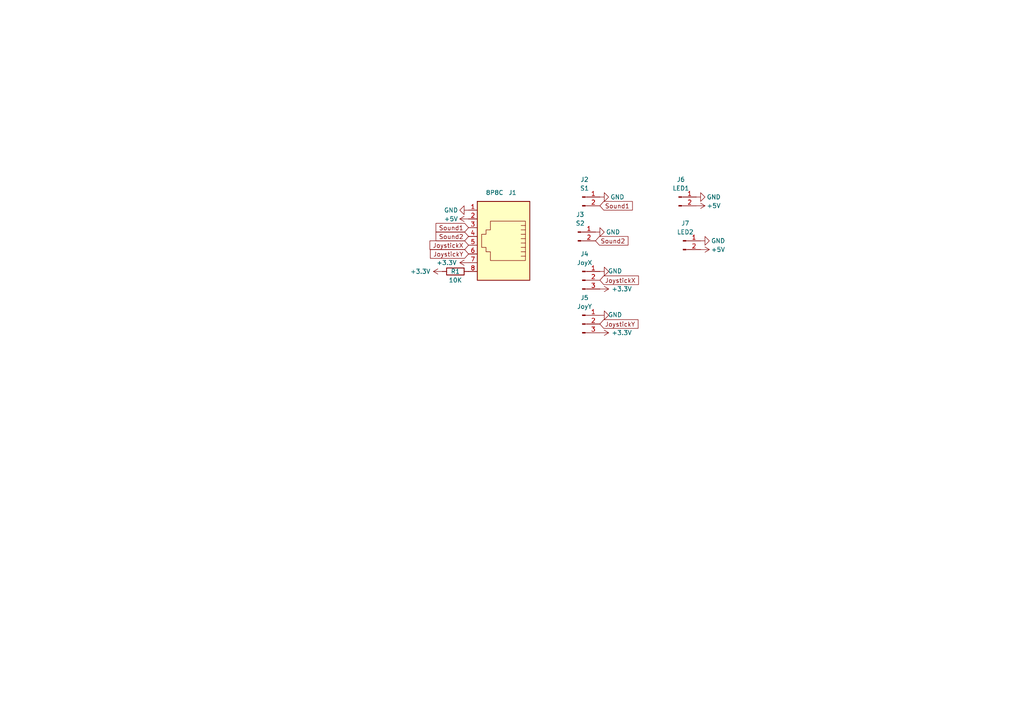
<source format=kicad_sch>
(kicad_sch (version 20230121) (generator eeschema)

  (uuid 86ce1f13-fb3f-4c53-8fe6-abaec5184207)

  (paper "A4")

  (lib_symbols
    (symbol "Connector:8P8C" (pin_names (offset 1.016)) (in_bom yes) (on_board yes)
      (property "Reference" "J" (at -5.08 13.97 0)
        (effects (font (size 1.27 1.27)) (justify right))
      )
      (property "Value" "8P8C" (at 2.54 13.97 0)
        (effects (font (size 1.27 1.27)) (justify left))
      )
      (property "Footprint" "" (at 0 0.635 90)
        (effects (font (size 1.27 1.27)) hide)
      )
      (property "Datasheet" "~" (at 0 0.635 90)
        (effects (font (size 1.27 1.27)) hide)
      )
      (property "ki_keywords" "8P8C RJ socket connector" (at 0 0 0)
        (effects (font (size 1.27 1.27)) hide)
      )
      (property "ki_description" "RJ connector, 8P8C (8 positions 8 connected), RJ31/RJ32/RJ33/RJ34/RJ35/RJ41/RJ45/RJ49/RJ61" (at 0 0 0)
        (effects (font (size 1.27 1.27)) hide)
      )
      (property "ki_fp_filters" "8P8C* RJ31* RJ32* RJ33* RJ34* RJ35* RJ41* RJ45* RJ49* RJ61*" (at 0 0 0)
        (effects (font (size 1.27 1.27)) hide)
      )
      (symbol "8P8C_0_1"
        (polyline
          (pts
            (xy -5.08 4.445)
            (xy -6.35 4.445)
          )
          (stroke (width 0) (type default))
          (fill (type none))
        )
        (polyline
          (pts
            (xy -5.08 5.715)
            (xy -6.35 5.715)
          )
          (stroke (width 0) (type default))
          (fill (type none))
        )
        (polyline
          (pts
            (xy -6.35 -3.175)
            (xy -5.08 -3.175)
            (xy -5.08 -3.175)
          )
          (stroke (width 0) (type default))
          (fill (type none))
        )
        (polyline
          (pts
            (xy -6.35 -1.905)
            (xy -5.08 -1.905)
            (xy -5.08 -1.905)
          )
          (stroke (width 0) (type default))
          (fill (type none))
        )
        (polyline
          (pts
            (xy -6.35 -0.635)
            (xy -5.08 -0.635)
            (xy -5.08 -0.635)
          )
          (stroke (width 0) (type default))
          (fill (type none))
        )
        (polyline
          (pts
            (xy -6.35 0.635)
            (xy -5.08 0.635)
            (xy -5.08 0.635)
          )
          (stroke (width 0) (type default))
          (fill (type none))
        )
        (polyline
          (pts
            (xy -6.35 1.905)
            (xy -5.08 1.905)
            (xy -5.08 1.905)
          )
          (stroke (width 0) (type default))
          (fill (type none))
        )
        (polyline
          (pts
            (xy -5.08 3.175)
            (xy -6.35 3.175)
            (xy -6.35 3.175)
          )
          (stroke (width 0) (type default))
          (fill (type none))
        )
        (polyline
          (pts
            (xy -6.35 -4.445)
            (xy -6.35 6.985)
            (xy 3.81 6.985)
            (xy 3.81 4.445)
            (xy 5.08 4.445)
            (xy 5.08 3.175)
            (xy 6.35 3.175)
            (xy 6.35 -0.635)
            (xy 5.08 -0.635)
            (xy 5.08 -1.905)
            (xy 3.81 -1.905)
            (xy 3.81 -4.445)
            (xy -6.35 -4.445)
            (xy -6.35 -4.445)
          )
          (stroke (width 0) (type default))
          (fill (type none))
        )
        (rectangle (start 7.62 12.7) (end -7.62 -10.16)
          (stroke (width 0.254) (type default))
          (fill (type background))
        )
      )
      (symbol "8P8C_1_1"
        (pin passive line (at 10.16 -7.62 180) (length 2.54)
          (name "~" (effects (font (size 1.27 1.27))))
          (number "1" (effects (font (size 1.27 1.27))))
        )
        (pin passive line (at 10.16 -5.08 180) (length 2.54)
          (name "~" (effects (font (size 1.27 1.27))))
          (number "2" (effects (font (size 1.27 1.27))))
        )
        (pin passive line (at 10.16 -2.54 180) (length 2.54)
          (name "~" (effects (font (size 1.27 1.27))))
          (number "3" (effects (font (size 1.27 1.27))))
        )
        (pin passive line (at 10.16 0 180) (length 2.54)
          (name "~" (effects (font (size 1.27 1.27))))
          (number "4" (effects (font (size 1.27 1.27))))
        )
        (pin passive line (at 10.16 2.54 180) (length 2.54)
          (name "~" (effects (font (size 1.27 1.27))))
          (number "5" (effects (font (size 1.27 1.27))))
        )
        (pin passive line (at 10.16 5.08 180) (length 2.54)
          (name "~" (effects (font (size 1.27 1.27))))
          (number "6" (effects (font (size 1.27 1.27))))
        )
        (pin passive line (at 10.16 7.62 180) (length 2.54)
          (name "~" (effects (font (size 1.27 1.27))))
          (number "7" (effects (font (size 1.27 1.27))))
        )
        (pin passive line (at 10.16 10.16 180) (length 2.54)
          (name "~" (effects (font (size 1.27 1.27))))
          (number "8" (effects (font (size 1.27 1.27))))
        )
      )
    )
    (symbol "Connector:Conn_01x02_Pin" (pin_names (offset 1.016) hide) (in_bom yes) (on_board yes)
      (property "Reference" "J" (at 0 2.54 0)
        (effects (font (size 1.27 1.27)))
      )
      (property "Value" "Conn_01x02_Pin" (at 0 -5.08 0)
        (effects (font (size 1.27 1.27)))
      )
      (property "Footprint" "" (at 0 0 0)
        (effects (font (size 1.27 1.27)) hide)
      )
      (property "Datasheet" "~" (at 0 0 0)
        (effects (font (size 1.27 1.27)) hide)
      )
      (property "ki_locked" "" (at 0 0 0)
        (effects (font (size 1.27 1.27)))
      )
      (property "ki_keywords" "connector" (at 0 0 0)
        (effects (font (size 1.27 1.27)) hide)
      )
      (property "ki_description" "Generic connector, single row, 01x02, script generated" (at 0 0 0)
        (effects (font (size 1.27 1.27)) hide)
      )
      (property "ki_fp_filters" "Connector*:*_1x??_*" (at 0 0 0)
        (effects (font (size 1.27 1.27)) hide)
      )
      (symbol "Conn_01x02_Pin_1_1"
        (polyline
          (pts
            (xy 1.27 -2.54)
            (xy 0.8636 -2.54)
          )
          (stroke (width 0.1524) (type default))
          (fill (type none))
        )
        (polyline
          (pts
            (xy 1.27 0)
            (xy 0.8636 0)
          )
          (stroke (width 0.1524) (type default))
          (fill (type none))
        )
        (rectangle (start 0.8636 -2.413) (end 0 -2.667)
          (stroke (width 0.1524) (type default))
          (fill (type outline))
        )
        (rectangle (start 0.8636 0.127) (end 0 -0.127)
          (stroke (width 0.1524) (type default))
          (fill (type outline))
        )
        (pin passive line (at 5.08 0 180) (length 3.81)
          (name "Pin_1" (effects (font (size 1.27 1.27))))
          (number "1" (effects (font (size 1.27 1.27))))
        )
        (pin passive line (at 5.08 -2.54 180) (length 3.81)
          (name "Pin_2" (effects (font (size 1.27 1.27))))
          (number "2" (effects (font (size 1.27 1.27))))
        )
      )
    )
    (symbol "Connector:Conn_01x03_Pin" (pin_names (offset 1.016) hide) (in_bom yes) (on_board yes)
      (property "Reference" "J" (at 0 5.08 0)
        (effects (font (size 1.27 1.27)))
      )
      (property "Value" "Conn_01x03_Pin" (at 0 -5.08 0)
        (effects (font (size 1.27 1.27)))
      )
      (property "Footprint" "" (at 0 0 0)
        (effects (font (size 1.27 1.27)) hide)
      )
      (property "Datasheet" "~" (at 0 0 0)
        (effects (font (size 1.27 1.27)) hide)
      )
      (property "ki_locked" "" (at 0 0 0)
        (effects (font (size 1.27 1.27)))
      )
      (property "ki_keywords" "connector" (at 0 0 0)
        (effects (font (size 1.27 1.27)) hide)
      )
      (property "ki_description" "Generic connector, single row, 01x03, script generated" (at 0 0 0)
        (effects (font (size 1.27 1.27)) hide)
      )
      (property "ki_fp_filters" "Connector*:*_1x??_*" (at 0 0 0)
        (effects (font (size 1.27 1.27)) hide)
      )
      (symbol "Conn_01x03_Pin_1_1"
        (polyline
          (pts
            (xy 1.27 -2.54)
            (xy 0.8636 -2.54)
          )
          (stroke (width 0.1524) (type default))
          (fill (type none))
        )
        (polyline
          (pts
            (xy 1.27 0)
            (xy 0.8636 0)
          )
          (stroke (width 0.1524) (type default))
          (fill (type none))
        )
        (polyline
          (pts
            (xy 1.27 2.54)
            (xy 0.8636 2.54)
          )
          (stroke (width 0.1524) (type default))
          (fill (type none))
        )
        (rectangle (start 0.8636 -2.413) (end 0 -2.667)
          (stroke (width 0.1524) (type default))
          (fill (type outline))
        )
        (rectangle (start 0.8636 0.127) (end 0 -0.127)
          (stroke (width 0.1524) (type default))
          (fill (type outline))
        )
        (rectangle (start 0.8636 2.667) (end 0 2.413)
          (stroke (width 0.1524) (type default))
          (fill (type outline))
        )
        (pin passive line (at 5.08 2.54 180) (length 3.81)
          (name "Pin_1" (effects (font (size 1.27 1.27))))
          (number "1" (effects (font (size 1.27 1.27))))
        )
        (pin passive line (at 5.08 0 180) (length 3.81)
          (name "Pin_2" (effects (font (size 1.27 1.27))))
          (number "2" (effects (font (size 1.27 1.27))))
        )
        (pin passive line (at 5.08 -2.54 180) (length 3.81)
          (name "Pin_3" (effects (font (size 1.27 1.27))))
          (number "3" (effects (font (size 1.27 1.27))))
        )
      )
    )
    (symbol "Device:R" (pin_numbers hide) (pin_names (offset 0)) (in_bom yes) (on_board yes)
      (property "Reference" "R" (at 2.032 0 90)
        (effects (font (size 1.27 1.27)))
      )
      (property "Value" "R" (at 0 0 90)
        (effects (font (size 1.27 1.27)))
      )
      (property "Footprint" "" (at -1.778 0 90)
        (effects (font (size 1.27 1.27)) hide)
      )
      (property "Datasheet" "~" (at 0 0 0)
        (effects (font (size 1.27 1.27)) hide)
      )
      (property "ki_keywords" "R res resistor" (at 0 0 0)
        (effects (font (size 1.27 1.27)) hide)
      )
      (property "ki_description" "Resistor" (at 0 0 0)
        (effects (font (size 1.27 1.27)) hide)
      )
      (property "ki_fp_filters" "R_*" (at 0 0 0)
        (effects (font (size 1.27 1.27)) hide)
      )
      (symbol "R_0_1"
        (rectangle (start -1.016 -2.54) (end 1.016 2.54)
          (stroke (width 0.254) (type default))
          (fill (type none))
        )
      )
      (symbol "R_1_1"
        (pin passive line (at 0 3.81 270) (length 1.27)
          (name "~" (effects (font (size 1.27 1.27))))
          (number "1" (effects (font (size 1.27 1.27))))
        )
        (pin passive line (at 0 -3.81 90) (length 1.27)
          (name "~" (effects (font (size 1.27 1.27))))
          (number "2" (effects (font (size 1.27 1.27))))
        )
      )
    )
    (symbol "power:+3.3V" (power) (pin_names (offset 0)) (in_bom yes) (on_board yes)
      (property "Reference" "#PWR" (at 0 -3.81 0)
        (effects (font (size 1.27 1.27)) hide)
      )
      (property "Value" "+3.3V" (at 0 3.556 0)
        (effects (font (size 1.27 1.27)))
      )
      (property "Footprint" "" (at 0 0 0)
        (effects (font (size 1.27 1.27)) hide)
      )
      (property "Datasheet" "" (at 0 0 0)
        (effects (font (size 1.27 1.27)) hide)
      )
      (property "ki_keywords" "global power" (at 0 0 0)
        (effects (font (size 1.27 1.27)) hide)
      )
      (property "ki_description" "Power symbol creates a global label with name \"+3.3V\"" (at 0 0 0)
        (effects (font (size 1.27 1.27)) hide)
      )
      (symbol "+3.3V_0_1"
        (polyline
          (pts
            (xy -0.762 1.27)
            (xy 0 2.54)
          )
          (stroke (width 0) (type default))
          (fill (type none))
        )
        (polyline
          (pts
            (xy 0 0)
            (xy 0 2.54)
          )
          (stroke (width 0) (type default))
          (fill (type none))
        )
        (polyline
          (pts
            (xy 0 2.54)
            (xy 0.762 1.27)
          )
          (stroke (width 0) (type default))
          (fill (type none))
        )
      )
      (symbol "+3.3V_1_1"
        (pin power_in line (at 0 0 90) (length 0) hide
          (name "+3.3V" (effects (font (size 1.27 1.27))))
          (number "1" (effects (font (size 1.27 1.27))))
        )
      )
    )
    (symbol "power:+5V" (power) (pin_names (offset 0)) (in_bom yes) (on_board yes)
      (property "Reference" "#PWR" (at 0 -3.81 0)
        (effects (font (size 1.27 1.27)) hide)
      )
      (property "Value" "+5V" (at 0 3.556 0)
        (effects (font (size 1.27 1.27)))
      )
      (property "Footprint" "" (at 0 0 0)
        (effects (font (size 1.27 1.27)) hide)
      )
      (property "Datasheet" "" (at 0 0 0)
        (effects (font (size 1.27 1.27)) hide)
      )
      (property "ki_keywords" "global power" (at 0 0 0)
        (effects (font (size 1.27 1.27)) hide)
      )
      (property "ki_description" "Power symbol creates a global label with name \"+5V\"" (at 0 0 0)
        (effects (font (size 1.27 1.27)) hide)
      )
      (symbol "+5V_0_1"
        (polyline
          (pts
            (xy -0.762 1.27)
            (xy 0 2.54)
          )
          (stroke (width 0) (type default))
          (fill (type none))
        )
        (polyline
          (pts
            (xy 0 0)
            (xy 0 2.54)
          )
          (stroke (width 0) (type default))
          (fill (type none))
        )
        (polyline
          (pts
            (xy 0 2.54)
            (xy 0.762 1.27)
          )
          (stroke (width 0) (type default))
          (fill (type none))
        )
      )
      (symbol "+5V_1_1"
        (pin power_in line (at 0 0 90) (length 0) hide
          (name "+5V" (effects (font (size 1.27 1.27))))
          (number "1" (effects (font (size 1.27 1.27))))
        )
      )
    )
    (symbol "power:GND" (power) (pin_names (offset 0)) (in_bom yes) (on_board yes)
      (property "Reference" "#PWR" (at 0 -6.35 0)
        (effects (font (size 1.27 1.27)) hide)
      )
      (property "Value" "GND" (at 0 -3.81 0)
        (effects (font (size 1.27 1.27)))
      )
      (property "Footprint" "" (at 0 0 0)
        (effects (font (size 1.27 1.27)) hide)
      )
      (property "Datasheet" "" (at 0 0 0)
        (effects (font (size 1.27 1.27)) hide)
      )
      (property "ki_keywords" "global power" (at 0 0 0)
        (effects (font (size 1.27 1.27)) hide)
      )
      (property "ki_description" "Power symbol creates a global label with name \"GND\" , ground" (at 0 0 0)
        (effects (font (size 1.27 1.27)) hide)
      )
      (symbol "GND_0_1"
        (polyline
          (pts
            (xy 0 0)
            (xy 0 -1.27)
            (xy 1.27 -1.27)
            (xy 0 -2.54)
            (xy -1.27 -1.27)
            (xy 0 -1.27)
          )
          (stroke (width 0) (type default))
          (fill (type none))
        )
      )
      (symbol "GND_1_1"
        (pin power_in line (at 0 0 270) (length 0) hide
          (name "GND" (effects (font (size 1.27 1.27))))
          (number "1" (effects (font (size 1.27 1.27))))
        )
      )
    )
  )


  (global_label "Sound1" (shape input) (at 135.89 66.04 180) (fields_autoplaced)
    (effects (font (size 1.27 1.27)) (justify right))
    (uuid 2b742190-8bf3-4a3e-a69e-c8d8a463f445)
    (property "Intersheetrefs" "${INTERSHEET_REFS}" (at 126.6234 66.04 0)
      (effects (font (size 1.27 1.27)) (justify right) hide)
    )
  )
  (global_label "JoystickY" (shape input) (at 173.99 93.98 0) (fields_autoplaced)
    (effects (font (size 1.27 1.27)) (justify left))
    (uuid 3a599c62-c061-41a5-af6d-f743e87056f6)
    (property "Intersheetrefs" "${INTERSHEET_REFS}" (at 184.8897 93.98 0)
      (effects (font (size 1.27 1.27)) (justify left) hide)
    )
  )
  (global_label "Sound1" (shape input) (at 173.99 59.69 0) (fields_autoplaced)
    (effects (font (size 1.27 1.27)) (justify left))
    (uuid 8e8436f5-b505-4ed7-8975-51ff24293d7f)
    (property "Intersheetrefs" "${INTERSHEET_REFS}" (at 183.2566 59.69 0)
      (effects (font (size 1.27 1.27)) (justify left) hide)
    )
  )
  (global_label "JoystickX" (shape input) (at 173.99 81.28 0) (fields_autoplaced)
    (effects (font (size 1.27 1.27)) (justify left))
    (uuid b65a97af-aacc-4987-9395-d06214b28ca8)
    (property "Intersheetrefs" "${INTERSHEET_REFS}" (at 185.0106 81.28 0)
      (effects (font (size 1.27 1.27)) (justify left) hide)
    )
  )
  (global_label "JoystickY" (shape input) (at 135.89 73.66 180) (fields_autoplaced)
    (effects (font (size 1.27 1.27)) (justify right))
    (uuid c9dceadf-ad2f-46c3-b50d-163d9b1e8e06)
    (property "Intersheetrefs" "${INTERSHEET_REFS}" (at 124.9903 73.66 0)
      (effects (font (size 1.27 1.27)) (justify right) hide)
    )
  )
  (global_label "Sound2" (shape input) (at 135.89 68.58 180) (fields_autoplaced)
    (effects (font (size 1.27 1.27)) (justify right))
    (uuid d533f5bb-7762-431d-9ed3-72d8db4f21d1)
    (property "Intersheetrefs" "${INTERSHEET_REFS}" (at 126.6234 68.58 0)
      (effects (font (size 1.27 1.27)) (justify right) hide)
    )
  )
  (global_label "JoystickX" (shape input) (at 135.89 71.12 180) (fields_autoplaced)
    (effects (font (size 1.27 1.27)) (justify right))
    (uuid dd3c8e8f-0c0e-44d6-9b34-ed15162feb8e)
    (property "Intersheetrefs" "${INTERSHEET_REFS}" (at 124.8694 71.12 0)
      (effects (font (size 1.27 1.27)) (justify right) hide)
    )
  )
  (global_label "Sound2" (shape input) (at 172.72 69.85 0) (fields_autoplaced)
    (effects (font (size 1.27 1.27)) (justify left))
    (uuid ec9f065e-ac15-48aa-81de-cc2752ccf0f5)
    (property "Intersheetrefs" "${INTERSHEET_REFS}" (at 181.9866 69.85 0)
      (effects (font (size 1.27 1.27)) (justify left) hide)
    )
  )

  (symbol (lib_id "Connector:8P8C") (at 146.05 68.58 180) (unit 1)
    (in_bom yes) (on_board yes) (dnp no)
    (uuid 00000000-0000-0000-0000-00005d58dd64)
    (property "Reference" "J1" (at 149.86 55.88 0)
      (effects (font (size 1.27 1.27)) (justify left))
    )
    (property "Value" "8P8C" (at 146.05 55.88 0)
      (effects (font (size 1.27 1.27)) (justify left))
    )
    (property "Footprint" "Useful Modifications:RJ45_x08_Tab_Up" (at 146.05 69.215 90)
      (effects (font (size 1.27 1.27)) hide)
    )
    (property "Datasheet" "~" (at 146.05 69.215 90)
      (effects (font (size 1.27 1.27)) hide)
    )
    (pin "1" (uuid b6498d98-9d81-4d9c-b04a-8960b636ca37))
    (pin "2" (uuid 5c0e5b19-f17d-4bc8-bd91-c923ba7f7c31))
    (pin "3" (uuid 1859881a-6272-44bd-a2c0-db2a06fbb23a))
    (pin "4" (uuid 9c4d38fd-5d31-452c-9687-bf5f3d7aba98))
    (pin "5" (uuid f9b3a7e1-0937-43e8-a961-879f86060702))
    (pin "6" (uuid 9c933f33-f1cf-45d2-84f6-0d92e3606afc))
    (pin "7" (uuid be0cfc09-5c64-40dd-8848-8adfec141df7))
    (pin "8" (uuid 16b3d767-ab43-42f2-a45f-046208e2f802))
    (instances
      (project "JoystickBoard"
        (path "/86ce1f13-fb3f-4c53-8fe6-abaec5184207"
          (reference "J1") (unit 1)
        )
      )
    )
  )

  (symbol (lib_id "power:GND") (at 201.93 57.15 90) (unit 1)
    (in_bom yes) (on_board yes) (dnp no)
    (uuid 00000000-0000-0000-0000-00005d6ac60c)
    (property "Reference" "#PWR03" (at 208.28 57.15 0)
      (effects (font (size 1.27 1.27)) hide)
    )
    (property "Value" "GND" (at 207.01 57.15 90)
      (effects (font (size 1.27 1.27)))
    )
    (property "Footprint" "" (at 201.93 57.15 0)
      (effects (font (size 1.27 1.27)) hide)
    )
    (property "Datasheet" "" (at 201.93 57.15 0)
      (effects (font (size 1.27 1.27)) hide)
    )
    (pin "1" (uuid 6fdc0d32-1026-4329-b8d7-47d41a58fea2))
    (instances
      (project "JoystickBoard"
        (path "/86ce1f13-fb3f-4c53-8fe6-abaec5184207"
          (reference "#PWR03") (unit 1)
        )
      )
    )
  )

  (symbol (lib_id "power:GND") (at 135.89 60.96 270) (unit 1)
    (in_bom yes) (on_board yes) (dnp no)
    (uuid 00000000-0000-0000-0000-00005d6ae98c)
    (property "Reference" "#PWR05" (at 129.54 60.96 0)
      (effects (font (size 1.27 1.27)) hide)
    )
    (property "Value" "GND" (at 130.81 60.96 90)
      (effects (font (size 1.27 1.27)))
    )
    (property "Footprint" "" (at 135.89 60.96 0)
      (effects (font (size 1.27 1.27)) hide)
    )
    (property "Datasheet" "" (at 135.89 60.96 0)
      (effects (font (size 1.27 1.27)) hide)
    )
    (pin "1" (uuid 615f663e-4508-42fc-b1bc-d4089d40d720))
    (instances
      (project "JoystickBoard"
        (path "/86ce1f13-fb3f-4c53-8fe6-abaec5184207"
          (reference "#PWR05") (unit 1)
        )
      )
    )
  )

  (symbol (lib_id "power:+3.3V") (at 135.89 76.2 90) (unit 1)
    (in_bom yes) (on_board yes) (dnp no)
    (uuid 00000000-0000-0000-0000-00005d6b449c)
    (property "Reference" "#PWR010" (at 139.7 76.2 0)
      (effects (font (size 1.27 1.27)) hide)
    )
    (property "Value" "+3.3V" (at 129.54 76.2 90)
      (effects (font (size 1.27 1.27)))
    )
    (property "Footprint" "" (at 135.89 76.2 0)
      (effects (font (size 1.27 1.27)) hide)
    )
    (property "Datasheet" "" (at 135.89 76.2 0)
      (effects (font (size 1.27 1.27)) hide)
    )
    (pin "1" (uuid f7f0a215-f693-4691-b544-97c310b2cbc0))
    (instances
      (project "JoystickBoard"
        (path "/86ce1f13-fb3f-4c53-8fe6-abaec5184207"
          (reference "#PWR010") (unit 1)
        )
      )
    )
  )

  (symbol (lib_id "power:+5V") (at 135.89 63.5 90) (unit 1)
    (in_bom yes) (on_board yes) (dnp no)
    (uuid 00000000-0000-0000-0000-00005d6b4dcc)
    (property "Reference" "#PWR06" (at 139.7 63.5 0)
      (effects (font (size 1.27 1.27)) hide)
    )
    (property "Value" "+5V" (at 130.81 63.5 90)
      (effects (font (size 1.27 1.27)))
    )
    (property "Footprint" "" (at 135.89 63.5 0)
      (effects (font (size 1.27 1.27)) hide)
    )
    (property "Datasheet" "" (at 135.89 63.5 0)
      (effects (font (size 1.27 1.27)) hide)
    )
    (pin "1" (uuid c2fd27ae-c483-4b5e-81fd-5b828f99e98f))
    (instances
      (project "JoystickBoard"
        (path "/86ce1f13-fb3f-4c53-8fe6-abaec5184207"
          (reference "#PWR06") (unit 1)
        )
      )
    )
  )

  (symbol (lib_id "power:+5V") (at 201.93 59.69 270) (unit 1)
    (in_bom yes) (on_board yes) (dnp no)
    (uuid 00000000-0000-0000-0000-00005d6b5ab7)
    (property "Reference" "#PWR02" (at 198.12 59.69 0)
      (effects (font (size 1.27 1.27)) hide)
    )
    (property "Value" "+5V" (at 207.01 59.69 90)
      (effects (font (size 1.27 1.27)))
    )
    (property "Footprint" "" (at 201.93 59.69 0)
      (effects (font (size 1.27 1.27)) hide)
    )
    (property "Datasheet" "" (at 201.93 59.69 0)
      (effects (font (size 1.27 1.27)) hide)
    )
    (pin "1" (uuid d83240a1-0e35-4526-9e89-2a498ebffd07))
    (instances
      (project "JoystickBoard"
        (path "/86ce1f13-fb3f-4c53-8fe6-abaec5184207"
          (reference "#PWR02") (unit 1)
        )
      )
    )
  )

  (symbol (lib_id "power:GND") (at 173.99 91.44 90) (unit 1)
    (in_bom yes) (on_board yes) (dnp no)
    (uuid 00000000-0000-0000-0000-00005ee0785d)
    (property "Reference" "#PWR014" (at 180.34 91.44 0)
      (effects (font (size 1.27 1.27)) hide)
    )
    (property "Value" "GND" (at 178.3842 91.313 90)
      (effects (font (size 1.27 1.27)))
    )
    (property "Footprint" "" (at 173.99 91.44 0)
      (effects (font (size 1.27 1.27)) hide)
    )
    (property "Datasheet" "" (at 173.99 91.44 0)
      (effects (font (size 1.27 1.27)) hide)
    )
    (pin "1" (uuid 5e861962-544f-4e15-a61a-183747cb28a4))
    (instances
      (project "JoystickBoard"
        (path "/86ce1f13-fb3f-4c53-8fe6-abaec5184207"
          (reference "#PWR014") (unit 1)
        )
      )
    )
  )

  (symbol (lib_id "power:+3.3V") (at 173.99 96.52 270) (unit 1)
    (in_bom yes) (on_board yes) (dnp no)
    (uuid 00000000-0000-0000-0000-00005ee0915c)
    (property "Reference" "#PWR015" (at 170.18 96.52 0)
      (effects (font (size 1.27 1.27)) hide)
    )
    (property "Value" "+3.3V" (at 180.34 96.52 90)
      (effects (font (size 1.27 1.27)))
    )
    (property "Footprint" "" (at 173.99 96.52 0)
      (effects (font (size 1.27 1.27)) hide)
    )
    (property "Datasheet" "" (at 173.99 96.52 0)
      (effects (font (size 1.27 1.27)) hide)
    )
    (pin "1" (uuid cfa6b998-62c4-4847-987a-dca889360804))
    (instances
      (project "JoystickBoard"
        (path "/86ce1f13-fb3f-4c53-8fe6-abaec5184207"
          (reference "#PWR015") (unit 1)
        )
      )
    )
  )

  (symbol (lib_id "power:+3.3V") (at 173.99 83.82 270) (unit 1)
    (in_bom yes) (on_board yes) (dnp no)
    (uuid 146806ae-44da-48b8-8d76-09a27e211c77)
    (property "Reference" "#PWR04" (at 170.18 83.82 0)
      (effects (font (size 1.27 1.27)) hide)
    )
    (property "Value" "+3.3V" (at 180.34 83.82 90)
      (effects (font (size 1.27 1.27)))
    )
    (property "Footprint" "" (at 173.99 83.82 0)
      (effects (font (size 1.27 1.27)) hide)
    )
    (property "Datasheet" "" (at 173.99 83.82 0)
      (effects (font (size 1.27 1.27)) hide)
    )
    (pin "1" (uuid d0b90b6e-24ba-493a-8e71-7ba4e95b6edc))
    (instances
      (project "JoystickBoard"
        (path "/86ce1f13-fb3f-4c53-8fe6-abaec5184207"
          (reference "#PWR04") (unit 1)
        )
      )
    )
  )

  (symbol (lib_id "Connector:Conn_01x03_Pin") (at 168.91 93.98 0) (unit 1)
    (in_bom yes) (on_board yes) (dnp no) (fields_autoplaced)
    (uuid 14c6b21f-f268-4326-927b-9be86dc71e8a)
    (property "Reference" "J5" (at 169.545 86.36 0)
      (effects (font (size 1.27 1.27)))
    )
    (property "Value" "JoyY" (at 169.545 88.9 0)
      (effects (font (size 1.27 1.27)))
    )
    (property "Footprint" "Connector_PinHeader_2.54mm:PinHeader_1x03_P2.54mm_Vertical" (at 168.91 93.98 0)
      (effects (font (size 1.27 1.27)) hide)
    )
    (property "Datasheet" "~" (at 168.91 93.98 0)
      (effects (font (size 1.27 1.27)) hide)
    )
    (pin "1" (uuid 4e832b58-4ae7-4dfc-9472-7bdf9858fefb))
    (pin "2" (uuid 1661efd5-9cfb-4aae-9e13-3c27a8dd861f))
    (pin "3" (uuid 4dedfbe0-383d-4dac-81a6-4b805e1e1cbb))
    (instances
      (project "JoystickBoard"
        (path "/86ce1f13-fb3f-4c53-8fe6-abaec5184207"
          (reference "J5") (unit 1)
        )
      )
    )
  )

  (symbol (lib_id "Connector:Conn_01x02_Pin") (at 196.85 57.15 0) (unit 1)
    (in_bom yes) (on_board yes) (dnp no) (fields_autoplaced)
    (uuid 28218749-efb7-4a75-aa7e-904c589f968c)
    (property "Reference" "J6" (at 197.485 52.07 0)
      (effects (font (size 1.27 1.27)))
    )
    (property "Value" "LED1" (at 197.485 54.61 0)
      (effects (font (size 1.27 1.27)))
    )
    (property "Footprint" "Connector_PinHeader_2.54mm:PinHeader_1x02_P2.54mm_Vertical" (at 196.85 57.15 0)
      (effects (font (size 1.27 1.27)) hide)
    )
    (property "Datasheet" "~" (at 196.85 57.15 0)
      (effects (font (size 1.27 1.27)) hide)
    )
    (pin "1" (uuid 3d23aca8-5ba6-4d45-8917-0e3d2e1834e0))
    (pin "2" (uuid 27771e65-dfcc-4b4e-a7fb-ccdb56768ece))
    (instances
      (project "JoystickBoard"
        (path "/86ce1f13-fb3f-4c53-8fe6-abaec5184207"
          (reference "J6") (unit 1)
        )
      )
    )
  )

  (symbol (lib_id "Connector:Conn_01x02_Pin") (at 168.91 57.15 0) (unit 1)
    (in_bom yes) (on_board yes) (dnp no) (fields_autoplaced)
    (uuid 2842c9b6-9e01-4d13-b8a7-78259129e7a4)
    (property "Reference" "J2" (at 169.545 52.07 0)
      (effects (font (size 1.27 1.27)))
    )
    (property "Value" "S1" (at 169.545 54.61 0)
      (effects (font (size 1.27 1.27)))
    )
    (property "Footprint" "Connector_PinHeader_2.54mm:PinHeader_1x02_P2.54mm_Vertical" (at 168.91 57.15 0)
      (effects (font (size 1.27 1.27)) hide)
    )
    (property "Datasheet" "~" (at 168.91 57.15 0)
      (effects (font (size 1.27 1.27)) hide)
    )
    (pin "1" (uuid 542656a9-7969-48c2-b23f-3bf175166fd1))
    (pin "2" (uuid a7b2ccd2-1b1a-488c-9859-172c892a19b5))
    (instances
      (project "JoystickBoard"
        (path "/86ce1f13-fb3f-4c53-8fe6-abaec5184207"
          (reference "J2") (unit 1)
        )
      )
    )
  )

  (symbol (lib_id "Device:R") (at 132.08 78.74 270) (unit 1)
    (in_bom yes) (on_board yes) (dnp no)
    (uuid 453df103-ec7e-46e4-9ba6-4c71458e7b12)
    (property "Reference" "R1" (at 132.08 78.74 90)
      (effects (font (size 1.27 1.27)))
    )
    (property "Value" "10K" (at 132.08 81.28 90)
      (effects (font (size 1.27 1.27)))
    )
    (property "Footprint" "Resistor_SMD:R_0805_2012Metric_Pad1.20x1.40mm_HandSolder" (at 132.08 76.962 90)
      (effects (font (size 1.27 1.27)) hide)
    )
    (property "Datasheet" "~" (at 132.08 78.74 0)
      (effects (font (size 1.27 1.27)) hide)
    )
    (pin "1" (uuid 7cf2e585-73a1-4b45-9ac4-81cf9ba74471))
    (pin "2" (uuid ea2c0d1a-9f87-4097-9695-4188dc0d8f87))
    (instances
      (project "JoystickBoard"
        (path "/86ce1f13-fb3f-4c53-8fe6-abaec5184207"
          (reference "R1") (unit 1)
        )
      )
    )
  )

  (symbol (lib_id "power:+5V") (at 203.2 72.39 270) (unit 1)
    (in_bom yes) (on_board yes) (dnp no)
    (uuid 480bd3a9-1ea4-44c2-8384-15b5da90db9e)
    (property "Reference" "#PWR019" (at 199.39 72.39 0)
      (effects (font (size 1.27 1.27)) hide)
    )
    (property "Value" "+5V" (at 208.28 72.39 90)
      (effects (font (size 1.27 1.27)))
    )
    (property "Footprint" "" (at 203.2 72.39 0)
      (effects (font (size 1.27 1.27)) hide)
    )
    (property "Datasheet" "" (at 203.2 72.39 0)
      (effects (font (size 1.27 1.27)) hide)
    )
    (pin "1" (uuid 45683956-03de-4d67-bcee-a943d74fd950))
    (instances
      (project "JoystickBoard"
        (path "/86ce1f13-fb3f-4c53-8fe6-abaec5184207"
          (reference "#PWR019") (unit 1)
        )
      )
    )
  )

  (symbol (lib_id "power:GND") (at 173.99 78.74 90) (unit 1)
    (in_bom yes) (on_board yes) (dnp no)
    (uuid 572e02d1-6e0b-41ea-af11-8d49856dd9bb)
    (property "Reference" "#PWR01" (at 180.34 78.74 0)
      (effects (font (size 1.27 1.27)) hide)
    )
    (property "Value" "GND" (at 178.3842 78.613 90)
      (effects (font (size 1.27 1.27)))
    )
    (property "Footprint" "" (at 173.99 78.74 0)
      (effects (font (size 1.27 1.27)) hide)
    )
    (property "Datasheet" "" (at 173.99 78.74 0)
      (effects (font (size 1.27 1.27)) hide)
    )
    (pin "1" (uuid dd7056be-3128-443f-b5be-505a3362bcf6))
    (instances
      (project "JoystickBoard"
        (path "/86ce1f13-fb3f-4c53-8fe6-abaec5184207"
          (reference "#PWR01") (unit 1)
        )
      )
    )
  )

  (symbol (lib_id "power:+3.3V") (at 128.27 78.74 90) (unit 1)
    (in_bom yes) (on_board yes) (dnp no)
    (uuid 5be2fd39-1429-4d0e-b581-6e103ab0b6af)
    (property "Reference" "#PWR016" (at 132.08 78.74 0)
      (effects (font (size 1.27 1.27)) hide)
    )
    (property "Value" "+3.3V" (at 121.92 78.74 90)
      (effects (font (size 1.27 1.27)))
    )
    (property "Footprint" "" (at 128.27 78.74 0)
      (effects (font (size 1.27 1.27)) hide)
    )
    (property "Datasheet" "" (at 128.27 78.74 0)
      (effects (font (size 1.27 1.27)) hide)
    )
    (pin "1" (uuid 0661d7fc-4c2e-4f15-9bc3-6f3dc3029c23))
    (instances
      (project "JoystickBoard"
        (path "/86ce1f13-fb3f-4c53-8fe6-abaec5184207"
          (reference "#PWR016") (unit 1)
        )
      )
    )
  )

  (symbol (lib_id "Connector:Conn_01x02_Pin") (at 167.64 67.31 0) (unit 1)
    (in_bom yes) (on_board yes) (dnp no) (fields_autoplaced)
    (uuid 6564f7f4-962e-4bc8-94fe-77f96b0bfb2e)
    (property "Reference" "J3" (at 168.275 62.23 0)
      (effects (font (size 1.27 1.27)))
    )
    (property "Value" "S2" (at 168.275 64.77 0)
      (effects (font (size 1.27 1.27)))
    )
    (property "Footprint" "Connector_PinHeader_2.54mm:PinHeader_1x02_P2.54mm_Vertical" (at 167.64 67.31 0)
      (effects (font (size 1.27 1.27)) hide)
    )
    (property "Datasheet" "~" (at 167.64 67.31 0)
      (effects (font (size 1.27 1.27)) hide)
    )
    (pin "1" (uuid 0ffb9b3b-de85-4290-8697-1782baaafd00))
    (pin "2" (uuid 92ad1352-8035-47e2-8947-170430a894d2))
    (instances
      (project "JoystickBoard"
        (path "/86ce1f13-fb3f-4c53-8fe6-abaec5184207"
          (reference "J3") (unit 1)
        )
      )
    )
  )

  (symbol (lib_id "power:GND") (at 173.99 57.15 90) (unit 1)
    (in_bom yes) (on_board yes) (dnp no)
    (uuid 6856b50c-cbee-493b-83f1-00d3d2ee9094)
    (property "Reference" "#PWR07" (at 180.34 57.15 0)
      (effects (font (size 1.27 1.27)) hide)
    )
    (property "Value" "GND" (at 179.07 57.15 90)
      (effects (font (size 1.27 1.27)))
    )
    (property "Footprint" "" (at 173.99 57.15 0)
      (effects (font (size 1.27 1.27)) hide)
    )
    (property "Datasheet" "" (at 173.99 57.15 0)
      (effects (font (size 1.27 1.27)) hide)
    )
    (pin "1" (uuid c464765e-c05e-42bf-9886-9e45afcc7ee6))
    (instances
      (project "JoystickBoard"
        (path "/86ce1f13-fb3f-4c53-8fe6-abaec5184207"
          (reference "#PWR07") (unit 1)
        )
      )
    )
  )

  (symbol (lib_id "power:GND") (at 172.72 67.31 90) (unit 1)
    (in_bom yes) (on_board yes) (dnp no)
    (uuid b2bc71e2-88ab-46e7-a5e5-6a4609a493e2)
    (property "Reference" "#PWR017" (at 179.07 67.31 0)
      (effects (font (size 1.27 1.27)) hide)
    )
    (property "Value" "GND" (at 177.8 67.31 90)
      (effects (font (size 1.27 1.27)))
    )
    (property "Footprint" "" (at 172.72 67.31 0)
      (effects (font (size 1.27 1.27)) hide)
    )
    (property "Datasheet" "" (at 172.72 67.31 0)
      (effects (font (size 1.27 1.27)) hide)
    )
    (pin "1" (uuid 53007de2-cf24-4ed3-bb15-504c303cd5fe))
    (instances
      (project "JoystickBoard"
        (path "/86ce1f13-fb3f-4c53-8fe6-abaec5184207"
          (reference "#PWR017") (unit 1)
        )
      )
    )
  )

  (symbol (lib_id "power:GND") (at 203.2 69.85 90) (unit 1)
    (in_bom yes) (on_board yes) (dnp no)
    (uuid eac8c0c4-f80d-4af4-9137-7dd1d4af232a)
    (property "Reference" "#PWR018" (at 209.55 69.85 0)
      (effects (font (size 1.27 1.27)) hide)
    )
    (property "Value" "GND" (at 208.28 69.85 90)
      (effects (font (size 1.27 1.27)))
    )
    (property "Footprint" "" (at 203.2 69.85 0)
      (effects (font (size 1.27 1.27)) hide)
    )
    (property "Datasheet" "" (at 203.2 69.85 0)
      (effects (font (size 1.27 1.27)) hide)
    )
    (pin "1" (uuid e4bb349f-3077-4e99-b394-88c3da67db2e))
    (instances
      (project "JoystickBoard"
        (path "/86ce1f13-fb3f-4c53-8fe6-abaec5184207"
          (reference "#PWR018") (unit 1)
        )
      )
    )
  )

  (symbol (lib_id "Connector:Conn_01x03_Pin") (at 168.91 81.28 0) (unit 1)
    (in_bom yes) (on_board yes) (dnp no) (fields_autoplaced)
    (uuid f3876c96-ca54-49e8-9894-90419cb752b9)
    (property "Reference" "J4" (at 169.545 73.66 0)
      (effects (font (size 1.27 1.27)))
    )
    (property "Value" "JoyX" (at 169.545 76.2 0)
      (effects (font (size 1.27 1.27)))
    )
    (property "Footprint" "Connector_PinHeader_2.54mm:PinHeader_1x03_P2.54mm_Vertical" (at 168.91 81.28 0)
      (effects (font (size 1.27 1.27)) hide)
    )
    (property "Datasheet" "~" (at 168.91 81.28 0)
      (effects (font (size 1.27 1.27)) hide)
    )
    (pin "1" (uuid ddc7407e-5163-4b9d-bdd2-d7d3e1e12175))
    (pin "2" (uuid 81a10cb1-de6e-4b4a-b2d5-faa9ea8fb907))
    (pin "3" (uuid ddd4fc63-b601-47a5-b599-3c250208b389))
    (instances
      (project "JoystickBoard"
        (path "/86ce1f13-fb3f-4c53-8fe6-abaec5184207"
          (reference "J4") (unit 1)
        )
      )
    )
  )

  (symbol (lib_id "Connector:Conn_01x02_Pin") (at 198.12 69.85 0) (unit 1)
    (in_bom yes) (on_board yes) (dnp no) (fields_autoplaced)
    (uuid f39310f3-4d5a-4a62-908e-11b9b6188a5b)
    (property "Reference" "J7" (at 198.755 64.77 0)
      (effects (font (size 1.27 1.27)))
    )
    (property "Value" "LED2" (at 198.755 67.31 0)
      (effects (font (size 1.27 1.27)))
    )
    (property "Footprint" "Connector_PinHeader_2.54mm:PinHeader_1x02_P2.54mm_Vertical" (at 198.12 69.85 0)
      (effects (font (size 1.27 1.27)) hide)
    )
    (property "Datasheet" "~" (at 198.12 69.85 0)
      (effects (font (size 1.27 1.27)) hide)
    )
    (pin "1" (uuid a7d44452-dce1-4e2e-8198-e0a70265cc79))
    (pin "2" (uuid 3707a64c-9a37-4802-b7e7-f337cc18da84))
    (instances
      (project "JoystickBoard"
        (path "/86ce1f13-fb3f-4c53-8fe6-abaec5184207"
          (reference "J7") (unit 1)
        )
      )
    )
  )

  (sheet_instances
    (path "/" (page "1"))
  )
)

</source>
